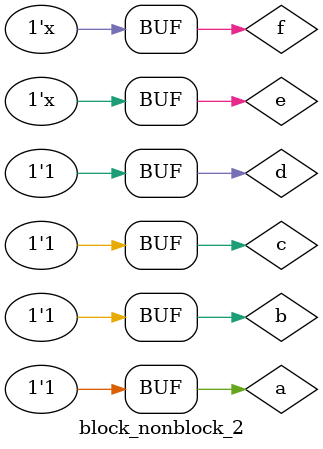
<source format=sv>
`timescale 1ns/1ns
module block_nonblock_2;
 logic a=0, b=0, c=0;
  initial begin
	$dumpvars;
	$monitor("Time: %0t | a = %0d| b = %0d| c = %0d| d = %0d | e = %0d| f = %0d", $time, a,b,c,d,e,f);
	#5 a = 1;
    b = a; // b gets the value of a (1) immediately
    c = b; // c gets the value of b (1) immediately
	#5;
  end

  logic d=0, e=0, f=0;
  initial begin
    #5 d <= 1;
    e <= d; // b gets the value of a (1) at the end of the time step
    f <= e; // c gets the value of b (1) at the end of the time step
	#5;
  end
endmodule

</source>
